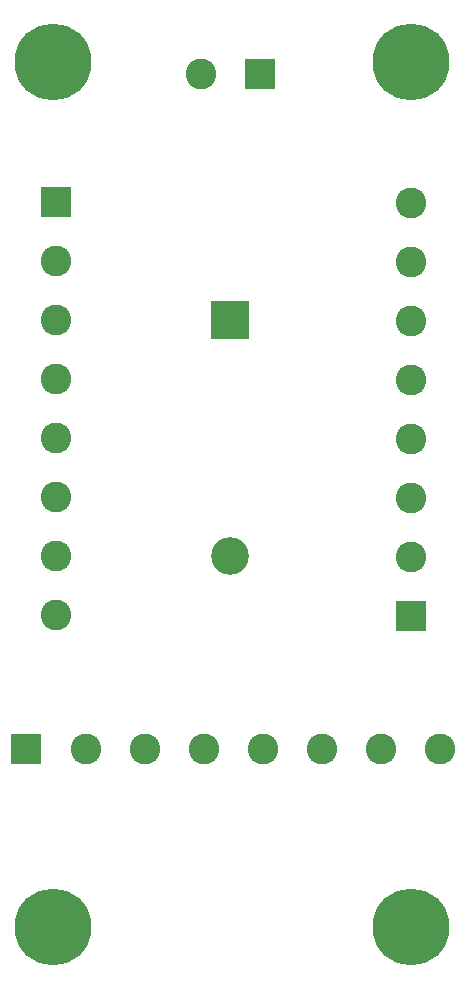
<source format=gbr>
%TF.GenerationSoftware,KiCad,Pcbnew,7.0.10-7.0.10~ubuntu22.04.1*%
%TF.CreationDate,2024-01-30T10:17:11-05:00*%
%TF.ProjectId,ladcp_star_circuit,6c616463-705f-4737-9461-725f63697263,1.0.0*%
%TF.SameCoordinates,Original*%
%TF.FileFunction,Soldermask,Bot*%
%TF.FilePolarity,Negative*%
%FSLAX46Y46*%
G04 Gerber Fmt 4.6, Leading zero omitted, Abs format (unit mm)*
G04 Created by KiCad (PCBNEW 7.0.10-7.0.10~ubuntu22.04.1) date 2024-01-30 10:17:11*
%MOMM*%
%LPD*%
G01*
G04 APERTURE LIST*
%ADD10R,2.600000X2.600000*%
%ADD11C,2.600000*%
%ADD12C,6.500000*%
%ADD13R,3.200000X3.200000*%
%ADD14O,3.200000X3.200000*%
G04 APERTURE END LIST*
D10*
%TO.C,P1*%
X121462800Y-62917000D03*
D11*
X121462800Y-67917000D03*
X121462800Y-72917000D03*
X121462800Y-77917000D03*
X121462800Y-82917000D03*
X121462800Y-87917000D03*
X121462800Y-92917000D03*
X121462800Y-97917000D03*
%TD*%
D12*
%TO.C,H2*%
X151485600Y-124324000D03*
%TD*%
D13*
%TO.C,D1*%
X136144000Y-72931000D03*
D14*
X136144000Y-92931000D03*
%TD*%
D10*
%TO.C,P6*%
X151514800Y-97992000D03*
D11*
X151514800Y-92992000D03*
X151514800Y-87992000D03*
X151514800Y-82992000D03*
X151514800Y-77992000D03*
X151514800Y-72992000D03*
X151514800Y-67992000D03*
X151514800Y-62992000D03*
%TD*%
D12*
%TO.C,H4*%
X151485600Y-51054000D03*
%TD*%
D10*
%TO.C,P2*%
X118924000Y-109220000D03*
D11*
X123924000Y-109220000D03*
X128924000Y-109220000D03*
X133924000Y-109220000D03*
X138924000Y-109220000D03*
X143924000Y-109220000D03*
X148924000Y-109220000D03*
X153924000Y-109220000D03*
%TD*%
D12*
%TO.C,H3*%
X121158000Y-51054000D03*
%TD*%
%TO.C,H1*%
X121158000Y-124324000D03*
%TD*%
D10*
%TO.C,P3*%
X138734800Y-52120800D03*
D11*
X133734800Y-52120800D03*
%TD*%
M02*

</source>
